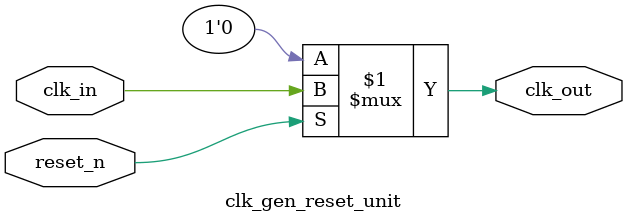
<source format=sv>
module clk_gen_with_enable (
    input  wire i_ref_clk,   // Reference clock input
    input  wire i_rst,       // Active high reset
    input  wire i_enable,    // Module enable
    output wire o_clk        // Clock output
);

    wire gated_clk;
    wire reset_controlled_clk;

    // Instance: Clock Gating Submodule
    clk_gen_gating_unit u_gating_unit (
        .clk_in(i_ref_clk),
        .clk_enable(i_enable),
        .clk_gated(gated_clk)
    );

    // Instance: Clock Reset Submodule
    clk_gen_reset_unit u_reset_unit (
        .clk_in(gated_clk),
        .reset_n(~i_rst),
        .clk_out(reset_controlled_clk)
    );

    assign o_clk = reset_controlled_clk;

endmodule

//------------------------------------------------------------------------------
// Submodule: clk_gen_gating_unit
// Function: Gate the input reference clock using enable signal
//------------------------------------------------------------------------------
module clk_gen_gating_unit (
    input  wire clk_in,           // Reference clock input
    input  wire clk_enable,       // Clock enable signal
    output wire clk_gated         // Gated clock output
);
    assign clk_gated = clk_enable ? clk_in : 1'b0;
endmodule

//------------------------------------------------------------------------------
// Submodule: clk_gen_reset_unit
// Function: Reset control for the gated clock output
//------------------------------------------------------------------------------
module clk_gen_reset_unit (
    input  wire clk_in,           // Gated clock input
    input  wire reset_n,          // Active low reset
    output wire clk_out           // Output clock with reset control
);
    assign clk_out = reset_n ? clk_in : 1'b0;
endmodule
</source>
